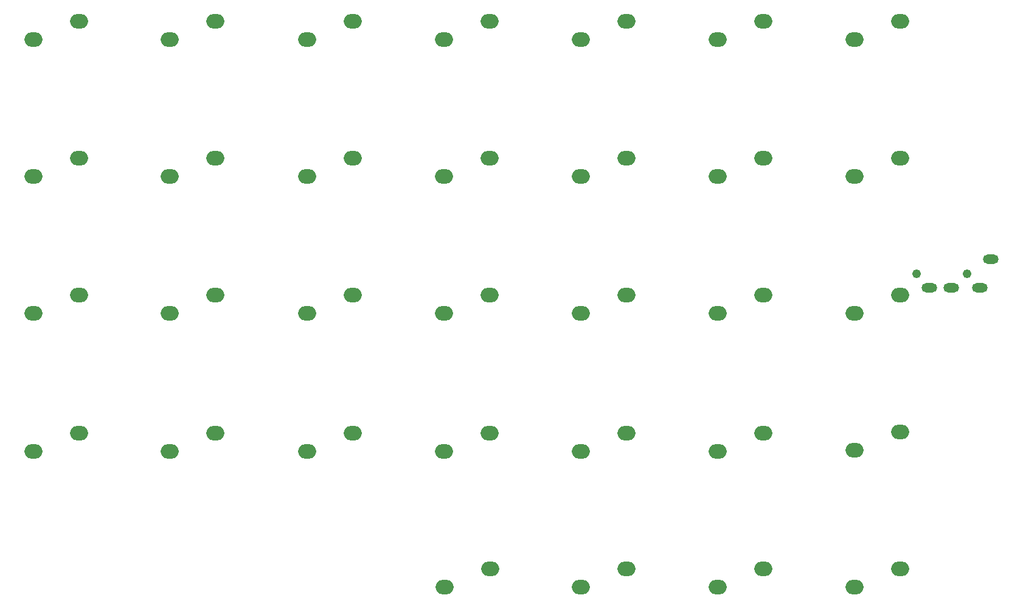
<source format=gbr>
%TF.GenerationSoftware,KiCad,Pcbnew,(7.0.0-0)*%
%TF.CreationDate,2023-03-05T23:11:16+09:00*%
%TF.ProjectId,11111_pcb,31313131-315f-4706-9362-2e6b69636164,rev?*%
%TF.SameCoordinates,Original*%
%TF.FileFunction,Legend,Top*%
%TF.FilePolarity,Positive*%
%FSLAX46Y46*%
G04 Gerber Fmt 4.6, Leading zero omitted, Abs format (unit mm)*
G04 Created by KiCad (PCBNEW (7.0.0-0)) date 2023-03-05 23:11:16*
%MOMM*%
%LPD*%
G01*
G04 APERTURE LIST*
%ADD10O,2.500000X2.000000*%
%ADD11C,1.210000*%
%ADD12O,2.200000X1.300000*%
G04 APERTURE END LIST*
D10*
%TO.C,SW46*%
X99694999Y-95309999D03*
X106044999Y-92769999D03*
%TD*%
D11*
%TO.C,J1*%
X165500000Y-70580000D03*
X172500000Y-70580000D03*
D12*
X175799999Y-68579999D03*
X167299999Y-72579999D03*
X170299999Y-72579999D03*
X174299999Y-72579999D03*
%TD*%
D10*
%TO.C,SW34*%
X137794999Y-76139999D03*
X144144999Y-73599999D03*
%TD*%
%TO.C,SW15*%
X42544999Y-57089999D03*
X48894999Y-54549999D03*
%TD*%
%TO.C,SW45*%
X80644999Y-95309999D03*
X86994999Y-92769999D03*
%TD*%
%TO.C,SW57*%
X99754999Y-114239999D03*
X106104999Y-111699999D03*
%TD*%
%TO.C,SW1*%
X42544999Y-38039999D03*
X48894999Y-35499999D03*
%TD*%
%TO.C,SW58*%
X118744999Y-114239999D03*
X125094999Y-111699999D03*
%TD*%
%TO.C,SW16*%
X61524999Y-57089999D03*
X67874999Y-54549999D03*
%TD*%
%TO.C,SW19*%
X118744999Y-57089999D03*
X125094999Y-54549999D03*
%TD*%
%TO.C,SW43*%
X42544999Y-95309999D03*
X48894999Y-92769999D03*
%TD*%
%TO.C,SW47*%
X118744999Y-95309999D03*
X125094999Y-92769999D03*
%TD*%
%TO.C,SW35*%
X156844999Y-76139999D03*
X163194999Y-73599999D03*
%TD*%
%TO.C,SW30*%
X61524999Y-76139999D03*
X67874999Y-73599999D03*
%TD*%
%TO.C,SW33*%
X118744999Y-76139999D03*
X125094999Y-73599999D03*
%TD*%
%TO.C,SW6*%
X137794999Y-38039999D03*
X144144999Y-35499999D03*
%TD*%
%TO.C,SW44*%
X61524999Y-95309999D03*
X67874999Y-92769999D03*
%TD*%
%TO.C,SW49*%
X156844999Y-95189999D03*
X163194999Y-92649999D03*
%TD*%
%TO.C,SW21*%
X156844999Y-57089999D03*
X163194999Y-54549999D03*
%TD*%
%TO.C,SW29*%
X42544999Y-76139999D03*
X48894999Y-73599999D03*
%TD*%
%TO.C,SW4*%
X99694999Y-38039999D03*
X106044999Y-35499999D03*
%TD*%
%TO.C,SW59*%
X137794999Y-114239999D03*
X144144999Y-111699999D03*
%TD*%
%TO.C,SW20*%
X137794999Y-57089999D03*
X144144999Y-54549999D03*
%TD*%
%TO.C,SW32*%
X99694999Y-76139999D03*
X106044999Y-73599999D03*
%TD*%
%TO.C,SW2*%
X61524999Y-38039999D03*
X67874999Y-35499999D03*
%TD*%
%TO.C,SW3*%
X80644999Y-38039999D03*
X86994999Y-35499999D03*
%TD*%
%TO.C,SW7*%
X156844999Y-38039999D03*
X163194999Y-35499999D03*
%TD*%
%TO.C,SW17*%
X80644999Y-57089999D03*
X86994999Y-54549999D03*
%TD*%
%TO.C,SW48*%
X137794999Y-95309999D03*
X144144999Y-92769999D03*
%TD*%
%TO.C,SW60*%
X156844999Y-114239999D03*
X163194999Y-111699999D03*
%TD*%
%TO.C,SW18*%
X99694999Y-57089999D03*
X106044999Y-54549999D03*
%TD*%
%TO.C,SW31*%
X80644999Y-76139999D03*
X86994999Y-73599999D03*
%TD*%
%TO.C,SW5*%
X118744999Y-38039999D03*
X125094999Y-35499999D03*
%TD*%
M02*

</source>
